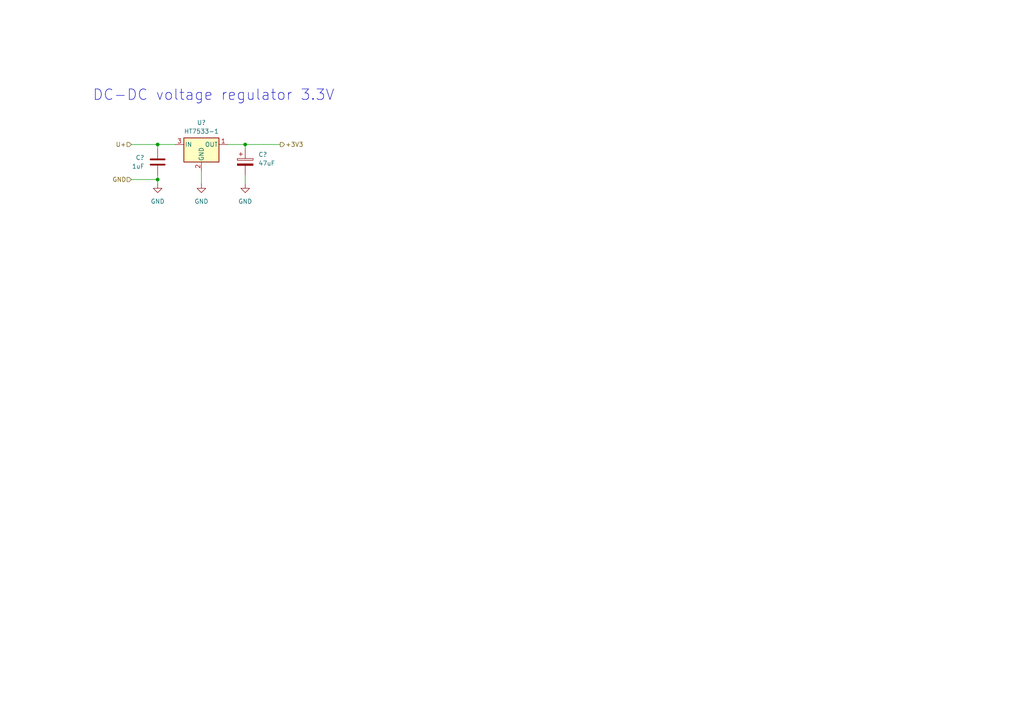
<source format=kicad_sch>
(kicad_sch (version 20231120) (generator "eeschema") (generator_version "8.0")
  (paper "A4")
  (lib_symbols
    (symbol "Device:C" (pin_numbers hide) (pin_names (offset 0.254))
      (property "Reference" "C" (at 0.635 2.54 0))
      (property "Value" "C" (at 0.635 -2.54 0))
      (symbol "C_0_1"
        (polyline (pts (xy -2.032 -0.762) (xy 2.032 -0.762)) (stroke (width 0.508)))
        (polyline (pts (xy -2.032 0.762) (xy 2.032 0.762)) (stroke (width 0.508)))
      )
      (symbol "C_1_1"
        (pin passive line (at 0 3.81 270) (length 2.794) (name "~") (number "1"))
        (pin passive line (at 0 -3.81 90) (length 2.794) (name "~") (number "2"))
      )
    )
    (symbol "Device:C_Polarized" (pin_numbers hide) (pin_names (offset 0.254))
      (property "Reference" "C" (at 0.635 2.54 0))
      (property "Value" "C_Polarized" (at 0.635 -2.54 0))
      (symbol "C_Polarized_0_1"
        (rectangle (start -2.286 0.508) (end 2.286 1.016))
        (polyline (pts (xy -1.778 2.286) (xy -0.762 2.286)))
        (polyline (pts (xy -1.27 2.794) (xy -1.27 1.778)))
        (rectangle (start 2.286 -0.508) (end -2.286 -1.016) (fill (type outline)))
      )
      (symbol "C_Polarized_1_1"
        (pin passive line (at 0 3.81 270) (length 2.794) (name "~") (number "1"))
        (pin passive line (at 0 -3.81 90) (length 2.794) (name "~") (number "2"))
      )
    )
    (symbol "Regulator_Linear:L78L33_SOT89" (pin_names (offset 0.254))
      (property "Reference" "U" (at -3.81 3.175 0))
      (property "Value" "L78L33_SOT89" (at -0.635 3.175 0))
      (symbol "L78L33_SOT89_0_1"
        (rectangle (start -5.08 1.905) (end 5.08 -5.08) (stroke (width 0.254)) (fill (type background)))
      )
      (symbol "L78L33_SOT89_1_1"
        (pin power_out line (at 7.62 0 180) (length 2.54) (name "OUT") (number "1"))
        (pin power_in line (at 0 -7.62 90) (length 2.54) (name "GND") (number "2"))
        (pin power_in line (at -7.62 0 0) (length 2.54) (name "IN") (number "3"))
      )
    )
    (symbol "power:GND" (power) (pin_names (offset 0))
      (property "Value" "GND" (at 0 -3.81 0))
      (symbol "GND_0_1"
        (polyline (pts (xy 0 0) (xy 0 -1.27) (xy 1.27 -1.27) (xy 0 -2.54) (xy -1.27 -1.27) (xy 0 -1.27)))
      )
      (symbol "GND_1_1"
        (pin power_in line (at 0 0 270) (length 0) hide (name "GND") (number "1"))
      )
    )
  )
  (junction (at 45.72 41.91))
  (junction (at 71.12 41.91))
  (junction (at 45.72 52.07))
  (wire (pts (xy 66.04 41.91) (xy 71.12 41.91)))
  (wire (pts (xy 58.42 49.53) (xy 58.42 53.34)))
  (wire (pts (xy 71.12 41.91) (xy 81.28 41.91)))
  (wire (pts (xy 45.72 43.18) (xy 45.72 41.91)))
  (wire (pts (xy 45.72 53.34) (xy 45.72 52.07)))
  (wire (pts (xy 38.1 52.07) (xy 45.72 52.07)))
  (wire (pts (xy 71.12 41.91) (xy 71.12 43.18)))
  (wire (pts (xy 38.1 41.91) (xy 45.72 41.91)))
  (wire (pts (xy 45.72 52.07) (xy 45.72 50.8)))
  (wire (pts (xy 45.72 41.91) (xy 50.8 41.91)))
  (wire (pts (xy 71.12 50.8) (xy 71.12 53.34)))
  (text "DC-DC voltage regulator 3.3V\n" (at 61.976 27.686 0) (effects (font (size 3.048 3.048))))
  (hierarchical_label "GND" (shape input) (at 38.1 52.07 180))
  (hierarchical_label "U+" (shape input) (at 38.1 41.91 180))
  (hierarchical_label "+3V3" (shape output) (at 81.28 41.91 0))
  (symbol (lib_id "Device:C_Polarized") (at 71.12 46.99 0) (unit 1) (in_bom no)
    (property "Reference" "C?" (at 74.93 44.831 0) (effects (justify left)))
    (property "Value" "47uF" (at 74.93 47.371 0) (effects (justify left)))
    (property "Footprint" "Capacitor_SMD:C_0805_2012Metric_Pad1.18x1.45mm_HandSolder" (effects (hide yes)))
    (property "Description" "Polarized capacitor" (effects (hide yes)))
  )
  (symbol (lib_id "power:GND") (at 71.12 53.34 0) (unit 1)
    (property "Reference" "#PWR?" (effects (hide yes)))
    (property "Value" "GND" (at 71.12 58.42 0))
    (property "Description" "Power symbol creates a global label with name \"GND\" , ground" (effects (hide yes)))
  )
  (symbol (lib_id "Regulator_Linear:L78L33_SOT89") (at 58.42 41.91 0) (unit 1)
    (property "Reference" "U?" (at 58.42 35.56 0))
    (property "Value" "HT7533-1" (at 58.42 38.1 0))
    (property "Footprint" "Package_TO_SOT_SMD:SOT-89-3" (effects (hide yes)))
    (property "Datasheet" "http://www.st.com/content/ccc/resource/technical/document/datasheet/15/55/e5/aa/23/5b/43/fd/CD00000446.pdf/files/CD00000446.pdf/jcr:content/translations/en.CD00000446.pdf" (effects (hide yes)))
    (property "Description" "Positive 100mA 30V Linear Regulator, Fixed Output 3.3V, SOT-89" (effects (hide yes)))
  )
  (symbol (lib_id "power:GND") (at 58.42 53.34 0) (unit 1)
    (property "Reference" "#PWR?" (effects (hide yes)))
    (property "Value" "GND" (at 58.42 58.42 0))
    (property "Description" "Power symbol creates a global label with name \"GND\" , ground" (effects (hide yes)))
  )
  (symbol (lib_id "Device:C") (at 45.72 46.99 0) (mirror y) (unit 1) (in_bom no)
    (property "Reference" "C?" (at 41.91 45.72 0) (effects (justify left)))
    (property "Value" "1uF" (at 41.91 48.26 0) (effects (justify left)))
    (property "Footprint" "Capacitor_SMD:C_0402_1005Metric_Pad0.74x0.62mm_HandSolder" (effects (hide yes)))
    (property "Description" "Unpolarized capacitor" (effects (hide yes)))
  )
  (symbol (lib_id "power:GND") (at 45.72 53.34 0) (unit 1)
    (property "Reference" "#PWR?" (effects (hide yes)))
    (property "Value" "GND" (at 45.72 58.42 0))
    (property "Description" "Power symbol creates a global label with name \"GND\" , ground" (effects (hide yes)))
  )
)
</source>
